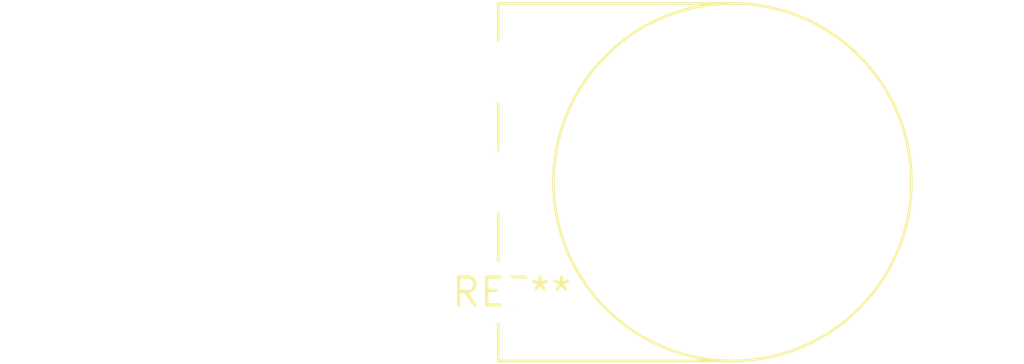
<source format=kicad_pcb>
(kicad_pcb (version 20240108) (generator pcbnew)
  (layers (0 "F.Cu" signal) (31 "B.Cu" signal) (34 "B.Paste" user) (35 "F.Paste" user) (36 "B.SilkS" user "B.Silkscreen") (37 "F.SilkS" user "F.Silkscreen") (38 "B.Mask" user) (39 "F.Mask" user) (44 "Edge.Cuts" user))
  (net 0 "")
  (footprint "Potentiometer_Piher_T-16L_Single_Vertical_Hole" (layer "F.Cu") (at 0 0)
    (property "Reference" "REF**")
    (property "Value" "Potentiometer_Piher_T-16L_Single_Vertical_Hole")
    (fp_line (start -0.62 -13.12) (end -0.62 -11.426) (layer "F.SilkS") (stroke (width 0.12)))
    (fp_line (start -0.62 -13.12) (end 10 -13.12) (layer "F.SilkS") (stroke (width 0.12)))
    (fp_line (start -0.62 -8.574) (end -0.62 -6.425) (layer "F.SilkS") (stroke (width 0.12)))
    (fp_line (start -0.62 -3.575) (end -0.62 -1.425) (layer "F.SilkS") (stroke (width 0.12)))
    (fp_line (start -0.62 1.425) (end -0.62 3.12) (layer "F.SilkS") (stroke (width 0.12)))
    (fp_line (start -0.62 3.12) (end 10 3.12) (layer "F.SilkS") (stroke (width 0.12)))
    (fp_circle (center 10 -5) (end 18.12 -5) (layer "F.SilkS") (stroke (width 0.12)) (fill none))
    (pad "" np_thru_hole circle (at 10 -5) (size 7.5 7.5) (drill 7.5) (layers *.Cu *.Mask))
    (pad "1" thru_hole circle (at 0 0) (size 2.34 2.34) (drill 1.3) (layers *.Cu *.Mask) (remove_unused_layers))
    (pad "2" thru_hole circle (at 0 -5) (size 2.34 2.34) (drill 1.3) (layers *.Cu *.Mask) (remove_unused_layers))
    (pad "3" thru_hole circle (at 0 -10) (size 2.34 2.34) (drill 1.3) (layers *.Cu *.Mask) (remove_unused_layers))
  )
)
</source>
